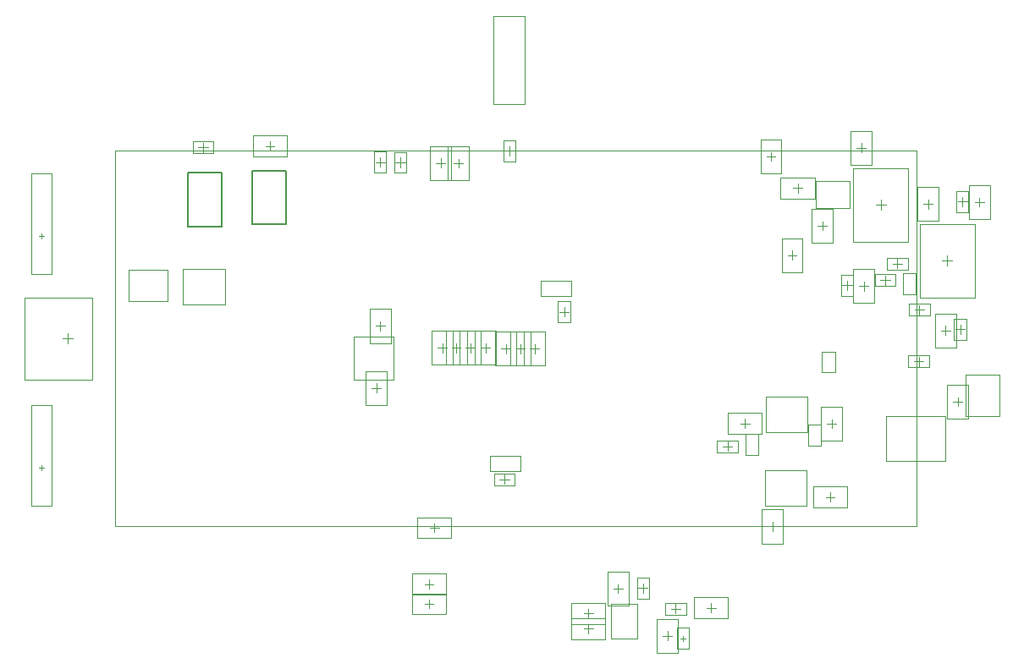
<source format=gbr>
%TF.GenerationSoftware,Altium Limited,Altium Designer,19.1.9 (167)*%
G04 Layer_Color=32768*
%FSLAX26Y26*%
%MOIN*%
%TF.FileFunction,Other,Mechanical_15*%
%TF.Part,Single*%
G01*
G75*
%TA.AperFunction,NonConductor*%
%ADD75C,0.007874*%
%ADD92C,0.003937*%
%ADD130C,0.001968*%
%ADD131C,0.004000*%
D75*
X779354Y1724701D02*
Y1937299D01*
X645496Y1724701D02*
X779354D01*
X645496D02*
Y1937299D01*
X779354D01*
X899071Y1733701D02*
Y1946299D01*
X1032929D01*
Y1733701D02*
Y1946299D01*
X899071Y1733701D02*
X1032929D01*
D92*
X3163284Y948000D02*
X3198716D01*
X3181000Y930284D02*
Y965716D01*
X3280284Y2036000D02*
X3315716D01*
X3298000Y2018284D02*
Y2053716D01*
X3047000Y1859284D02*
Y1894716D01*
X3029284Y1877000D02*
X3064716D01*
X563913Y1432961D02*
Y1553039D01*
X413323Y1432961D02*
X563913D01*
X413323D02*
Y1553039D01*
X563913D01*
X3396701Y800417D02*
X3628984D01*
Y977583D01*
X3396701D02*
X3628984D01*
X3396701Y800417D02*
Y977583D01*
X3143409Y1150724D02*
Y1232417D01*
X3194591D01*
Y1150724D02*
Y1232417D01*
X3143409Y1150724D02*
X3194591D01*
X3138591Y862583D02*
Y944276D01*
X3087409Y862583D02*
X3138591D01*
X3087409D02*
Y944276D01*
X3138591D01*
X3511591Y1458583D02*
Y1540276D01*
X3460409Y1458583D02*
X3511591D01*
X3460409D02*
Y1540276D01*
X3511591D01*
X2842409Y824724D02*
Y906417D01*
X2893591D01*
Y824724D02*
Y906417D01*
X2842409Y824724D02*
X2893591D01*
X3526000Y1378299D02*
Y1415701D01*
X3507299Y1397000D02*
X3544701D01*
X705425Y2018299D02*
Y2055701D01*
X686725Y2037000D02*
X724126D01*
X2566000Y200299D02*
Y237701D01*
X2547299Y219000D02*
X2584701D01*
X2419299Y300000D02*
X2456701D01*
X2438000Y281299D02*
Y318701D01*
X3223299Y1494000D02*
X3260701D01*
X3242000Y1475299D02*
Y1512701D01*
X3524000Y1175299D02*
Y1212701D01*
X3505299Y1194000D02*
X3542701D01*
X2771000Y840299D02*
Y877701D01*
X2752299Y859000D02*
X2789701D01*
X1892000Y710299D02*
Y747701D01*
X1873299Y729000D02*
X1910701D01*
X3439000Y1560299D02*
Y1597701D01*
X3420299Y1579000D02*
X3457701D01*
X1892299Y2023762D02*
X1929701D01*
X1911000Y2005061D02*
Y2042463D01*
X3668299Y1320000D02*
X3705701D01*
X3687000Y1301299D02*
Y1338701D01*
X1384299Y1979000D02*
X1421701D01*
X1403000Y1960299D02*
Y1997701D01*
X1463299Y1978000D02*
X1500701D01*
X1482000Y1959299D02*
Y1996701D01*
X2108299Y1389000D02*
X2145701D01*
X2127000Y1370299D02*
Y1407701D01*
X3677299Y1824000D02*
X3714701D01*
X3696000Y1805299D02*
Y1842701D01*
X3392000Y1495299D02*
Y1532701D01*
X3373299Y1514000D02*
X3410701D01*
X3374000Y1790315D02*
Y1829685D01*
X3354315Y1810000D02*
X3393685D01*
X3636000Y1570315D02*
Y1609685D01*
X3616315Y1590000D02*
X3655685D01*
X152315Y1284000D02*
X191685D01*
X172000Y1264315D02*
Y1303685D01*
X2205284Y140000D02*
X2240716D01*
X2223000Y122284D02*
Y157716D01*
X2205284Y200000D02*
X2240716D01*
X2223000Y182284D02*
Y217716D01*
X2534000Y94284D02*
Y129716D01*
X2516284Y112000D02*
X2551716D01*
X2340000Y280284D02*
Y315716D01*
X2322284Y298000D02*
X2357716D01*
X2688284Y222000D02*
X2723716D01*
X2706000Y204284D02*
Y239716D01*
X1577284Y238000D02*
X1612716D01*
X1595000Y220284D02*
Y255716D01*
X1577284Y316000D02*
X1612716D01*
X1595000Y298284D02*
Y333716D01*
X1598284Y538000D02*
X1633716D01*
X1616000Y520284D02*
Y555716D01*
X3308000Y1472284D02*
Y1507716D01*
X3290284Y1490000D02*
X3325716D01*
X3763000Y1803284D02*
Y1838716D01*
X3745284Y1821000D02*
X3780716D01*
X1711000Y1957284D02*
Y1992716D01*
X1693284Y1975000D02*
X1728716D01*
X2011000Y1226284D02*
Y1261716D01*
X1993284Y1244000D02*
X2028716D01*
X1818000Y1229284D02*
Y1264716D01*
X1800284Y1247000D02*
X1835716D01*
X1647000Y1229284D02*
Y1264716D01*
X1629284Y1247000D02*
X1664716D01*
X1369284Y1089000D02*
X1404716D01*
X1387000Y1071284D02*
Y1106716D01*
X3629928Y1297939D02*
Y1333372D01*
X3612211Y1315655D02*
X3647644D01*
X3025000Y1594284D02*
Y1629716D01*
X3007284Y1612000D02*
X3042716D01*
X2942000Y1983284D02*
Y2018716D01*
X2924284Y2001000D02*
X2959716D01*
X3144000Y1710284D02*
Y1745716D01*
X3126284Y1728000D02*
X3161716D01*
X3561000Y1796284D02*
Y1831716D01*
X3543284Y1814000D02*
X3578716D01*
X2840000Y931284D02*
Y966716D01*
X2822284Y949000D02*
X2857716D01*
X2929284Y543000D02*
X2964716D01*
X2947000Y525284D02*
Y560716D01*
X110000Y626000D02*
Y1022063D01*
X29843D02*
X110000D01*
X29843Y626000D02*
Y1022063D01*
Y626000D02*
X110000D01*
X70000Y766000D02*
Y786000D01*
X60000Y776000D02*
X80000D01*
X60000Y1687000D02*
X80000D01*
X70000Y1677000D02*
Y1697000D01*
X29843Y1537000D02*
X110000D01*
X29843D02*
Y1933063D01*
X110000D01*
Y1537000D02*
Y1933063D01*
X968425Y2024284D02*
Y2059716D01*
X950709Y2042000D02*
X986142D01*
X3660284Y1035000D02*
X3695716D01*
X3678000Y1017284D02*
Y1052716D01*
X2595000Y91173D02*
Y112827D01*
X2584173Y102000D02*
X2605827D01*
X3175000Y641284D02*
Y676716D01*
X3157284Y659000D02*
X3192716D01*
X1297472Y1120480D02*
Y1292528D01*
X1456528D01*
Y1120480D02*
Y1292528D01*
X1297472Y1120480D02*
X1456528D01*
X1403000Y1315284D02*
Y1350716D01*
X1385284Y1333000D02*
X1420716D01*
X1937284Y1244000D02*
X1972716D01*
X1955000Y1226284D02*
Y1261716D01*
X1880284Y1244000D02*
X1915716D01*
X1898000Y1226284D02*
Y1261716D01*
X1740284Y1247000D02*
X1775716D01*
X1758000Y1229284D02*
Y1264716D01*
X1684784Y1247000D02*
X1720216D01*
X1702500Y1229284D02*
Y1264716D01*
X1623284Y1976000D02*
X1658716D01*
X1641000Y1958284D02*
Y1993716D01*
D130*
X3139661Y881071D02*
Y1014929D01*
X3222339Y881071D02*
Y1014929D01*
X3139661Y881071D02*
X3222339D01*
X3139661Y1014929D02*
X3222339D01*
X3339339Y1969071D02*
Y2102929D01*
X3256661Y1969071D02*
Y2102929D01*
X3339339D01*
X3256661Y1969071D02*
X3339339D01*
X2980071Y1918339D02*
X3113929D01*
X2980071Y1835661D02*
X3113929D01*
X2980071D02*
Y1918339D01*
X3113929Y1835661D02*
Y1918339D01*
X626323Y1557882D02*
X791677D01*
Y1418118D02*
Y1557882D01*
X626323Y1418118D02*
X791677D01*
X626323D02*
Y1557882D01*
X3082677Y625118D02*
Y764882D01*
X2917323D02*
X3082677D01*
X2917323Y625118D02*
Y764882D01*
Y625118D02*
X3082677D01*
X3085677Y916118D02*
Y1055882D01*
X2920323D02*
X3085677D01*
X2920323Y916118D02*
Y1055882D01*
Y916118D02*
X3085677D01*
X3117087Y1797866D02*
X3252913D01*
X3117087D02*
Y1906134D01*
X3252913D01*
Y1797866D02*
Y1906134D01*
X2310835Y101087D02*
Y236913D01*
X2415165D01*
Y101087D02*
Y236913D01*
X2310835Y101087D02*
X2415165D01*
X1848976Y2206772D02*
Y2553228D01*
X1971024D01*
Y2206772D02*
Y2553228D01*
X1848976Y2206772D02*
X1971024D01*
X3516724Y546236D02*
Y2025764D01*
X357276Y546236D02*
X3516724D01*
X357276D02*
Y2025764D01*
X3516724D01*
X3484662Y1420622D02*
X3567339D01*
X3484662Y1373378D02*
X3567339D01*
X3484662D02*
Y1420622D01*
X3567339Y1373378D02*
Y1420622D01*
X664087Y2060622D02*
X746764D01*
X664087Y2013378D02*
X746764D01*
X664087D02*
Y2060622D01*
X746764Y2013378D02*
Y2060622D01*
X2524662Y242622D02*
X2607339D01*
X2524662Y195378D02*
X2607339D01*
X2524662D02*
Y242622D01*
X2607339Y195378D02*
Y242622D01*
X2461622Y258661D02*
Y341339D01*
X2414378Y258661D02*
Y341339D01*
X2461622D01*
X2414378Y258661D02*
X2461622D01*
X3265622Y1452661D02*
Y1535339D01*
X3218378Y1452661D02*
Y1535339D01*
X3265622D01*
X3218378Y1452661D02*
X3265622D01*
X3482662Y1217622D02*
X3565339D01*
X3482662Y1170378D02*
X3565339D01*
X3482662D02*
Y1217622D01*
X3565339Y1170378D02*
Y1217622D01*
X2729661Y835378D02*
X2812338D01*
X2729661Y882622D02*
X2812338D01*
Y835378D02*
Y882622D01*
X2729661Y835378D02*
Y882622D01*
X1850661Y752622D02*
X1933339D01*
X1850661Y705378D02*
X1933339D01*
X1850661D02*
Y752622D01*
X1933339Y705378D02*
Y752622D01*
X3397662Y1602622D02*
X3480339D01*
X3397662Y1555378D02*
X3480339D01*
X3397662D02*
Y1602622D01*
X3480339Y1555378D02*
Y1602622D01*
X1934622Y1982423D02*
Y2065101D01*
X1887378Y1982423D02*
Y2065101D01*
X1934622D01*
X1887378Y1982423D02*
X1934622D01*
X3710622Y1278661D02*
Y1361339D01*
X3663378Y1278661D02*
Y1361339D01*
X3710622D01*
X3663378Y1278661D02*
X3710622D01*
X1426622Y1937661D02*
Y2020339D01*
X1379378Y1937661D02*
Y2020339D01*
X1426622D01*
X1379378Y1937661D02*
X1426622D01*
X1505622Y1936661D02*
Y2019339D01*
X1458378Y1936661D02*
Y2019339D01*
X1505622D01*
X1458378Y1936661D02*
X1505622D01*
X2150622Y1347661D02*
Y1430339D01*
X2103378Y1347661D02*
Y1430339D01*
X2150622D01*
X2103378Y1347661D02*
X2150622D01*
X3672378Y1782661D02*
Y1865339D01*
X3719622Y1782661D02*
Y1865339D01*
X3672378Y1782661D02*
X3719622D01*
X3672378Y1865339D02*
X3719622D01*
X3350661Y1490378D02*
X3433338D01*
X3350661Y1537622D02*
X3433338D01*
Y1490378D02*
Y1537622D01*
X3350661Y1490378D02*
Y1537622D01*
X3265732Y1664331D02*
X3482268D01*
X3265732Y1955669D02*
X3482268D01*
X3265732Y1664331D02*
Y1955669D01*
X3482268Y1664331D02*
Y1955669D01*
X3527732Y1444331D02*
X3744268D01*
X3527732Y1735669D02*
X3744268D01*
X3527732Y1444331D02*
Y1735669D01*
X3744268Y1444331D02*
Y1735669D01*
X2315Y1121795D02*
X269244D01*
Y1446205D01*
X2315D02*
X269244D01*
X2315Y1121795D02*
Y1446205D01*
X2289929Y98661D02*
Y181339D01*
X2156071Y98661D02*
Y181339D01*
Y98661D02*
X2289929D01*
X2156071Y181339D02*
X2289929D01*
Y158661D02*
Y241339D01*
X2156071Y158661D02*
Y241339D01*
Y158661D02*
X2289929D01*
X2156071Y241339D02*
X2289929D01*
X2492661Y178929D02*
X2575339D01*
X2492661Y45071D02*
X2575339D01*
Y178929D01*
X2492661Y45071D02*
Y178929D01*
X2298661Y364929D02*
X2381339D01*
X2298661Y231071D02*
X2381339D01*
Y364929D01*
X2298661Y231071D02*
Y364929D01*
X2772929Y180661D02*
Y263339D01*
X2639071Y180661D02*
Y263339D01*
Y180661D02*
X2772929D01*
X2639071Y263339D02*
X2772929D01*
X1661929Y196661D02*
Y279339D01*
X1528071Y196661D02*
Y279339D01*
Y196661D02*
X1661929D01*
X1528071Y279339D02*
X1661929D01*
Y274661D02*
Y357339D01*
X1528071Y274661D02*
Y357339D01*
Y274661D02*
X1661929D01*
X1528071Y357339D02*
X1661929D01*
X1549071Y496661D02*
Y579339D01*
X1682929Y496661D02*
Y579339D01*
X1549071D02*
X1682929D01*
X1549071Y496661D02*
X1682929D01*
X3266661Y1556929D02*
X3349339D01*
X3266661Y1423071D02*
X3349339D01*
Y1556929D01*
X3266661Y1423071D02*
Y1556929D01*
X3721661Y1754071D02*
X3804339D01*
X3721661Y1887929D02*
X3804339D01*
X3721661Y1754071D02*
Y1887929D01*
X3804339Y1754071D02*
Y1887929D01*
X1669661Y2041929D02*
X1752339D01*
X1669661Y1908071D02*
X1752339D01*
Y2041929D01*
X1669661Y1908071D02*
Y2041929D01*
X1969661Y1177071D02*
X2052339D01*
X1969661Y1310929D02*
X2052339D01*
X1969661Y1177071D02*
Y1310929D01*
X2052339Y1177071D02*
Y1310929D01*
X1776661Y1180071D02*
X1859339D01*
X1776661Y1313929D02*
X1859339D01*
X1776661Y1180071D02*
Y1313929D01*
X1859339Y1180071D02*
Y1313929D01*
X1605661Y1180071D02*
X1688339D01*
X1605661Y1313929D02*
X1688339D01*
X1605661Y1180071D02*
Y1313929D01*
X1688339Y1180071D02*
Y1313929D01*
X1428339Y1022071D02*
Y1155929D01*
X1345661Y1022071D02*
Y1155929D01*
X1428339D01*
X1345661Y1022071D02*
X1428339D01*
X3588589Y1382584D02*
X3671266D01*
X3588589Y1248726D02*
X3671266D01*
Y1382584D01*
X3588589Y1248726D02*
Y1382584D01*
X2983661Y1678929D02*
X3066339D01*
X2983661Y1545071D02*
X3066339D01*
Y1678929D01*
X2983661Y1545071D02*
Y1678929D01*
X2900661Y2067929D02*
X2983339D01*
X2900661Y1934071D02*
X2983339D01*
Y2067929D01*
X2900661Y1934071D02*
Y2067929D01*
X3102661Y1794929D02*
X3185339D01*
X3102661Y1661071D02*
X3185339D01*
Y1794929D01*
X3102661Y1661071D02*
Y1794929D01*
X3519661Y1880929D02*
X3602339D01*
X3519661Y1747071D02*
X3602339D01*
Y1880929D01*
X3519661Y1747071D02*
Y1880929D01*
X2773071Y990339D02*
X2906929D01*
X2773071Y907661D02*
X2906929D01*
X2773071D02*
Y990339D01*
X2906929Y907661D02*
Y990339D01*
X2905661Y476071D02*
Y609929D01*
X2988339Y476071D02*
Y609929D01*
X2905661Y476071D02*
X2988339D01*
X2905661Y609929D02*
X2988339D01*
X901496Y2083339D02*
X1035354D01*
X901496Y2000661D02*
X1035354D01*
X901496D02*
Y2083339D01*
X1035354Y2000661D02*
Y2083339D01*
X3719339Y968071D02*
Y1101929D01*
X3636661Y968071D02*
Y1101929D01*
X3719339D01*
X3636661Y968071D02*
X3719339D01*
X3707071Y977307D02*
X3840929D01*
Y1140693D01*
X3707071D02*
X3840929D01*
X3707071Y977307D02*
Y1140693D01*
X2571378Y60661D02*
X2618622D01*
X2571378Y143339D02*
X2618622D01*
X2571378Y60661D02*
Y143339D01*
X2618622Y60661D02*
Y143339D01*
X3108071Y617661D02*
X3241929D01*
X3108071Y700339D02*
X3241929D01*
Y617661D02*
Y700339D01*
X3108071Y617661D02*
Y700339D01*
X1361661Y1399929D02*
X1444339D01*
X1361661Y1266071D02*
X1444339D01*
Y1399929D01*
X1361661Y1266071D02*
Y1399929D01*
X1996339Y1177071D02*
Y1310929D01*
X1913661Y1177071D02*
Y1310929D01*
X1996339D01*
X1913661Y1177071D02*
X1996339D01*
X1939339D02*
Y1310929D01*
X1856661Y1177071D02*
Y1310929D01*
X1939339D01*
X1856661Y1177071D02*
X1939339D01*
X1799339Y1180071D02*
Y1313929D01*
X1716661Y1180071D02*
Y1313929D01*
X1799339D01*
X1716661Y1180071D02*
X1799339D01*
X1743839D02*
Y1313929D01*
X1661161Y1180071D02*
Y1313929D01*
X1743839D01*
X1661161Y1180071D02*
X1743839D01*
X1682339Y1909071D02*
Y2042929D01*
X1599661Y1909071D02*
Y2042929D01*
X1682339D01*
X1599661Y1909071D02*
X1682339D01*
D131*
X2035000Y1452000D02*
Y1512000D01*
Y1452000D02*
X2155000D01*
X2035000Y1512000D02*
X2155000D01*
Y1452000D02*
Y1512000D01*
X1956000Y762000D02*
Y822000D01*
X1836000D02*
X1956000D01*
X1836000Y762000D02*
X1956000D01*
X1836000D02*
Y822000D01*
%TF.MD5,583059a350a9296adcaf37fb95d8004f*%
M02*

</source>
